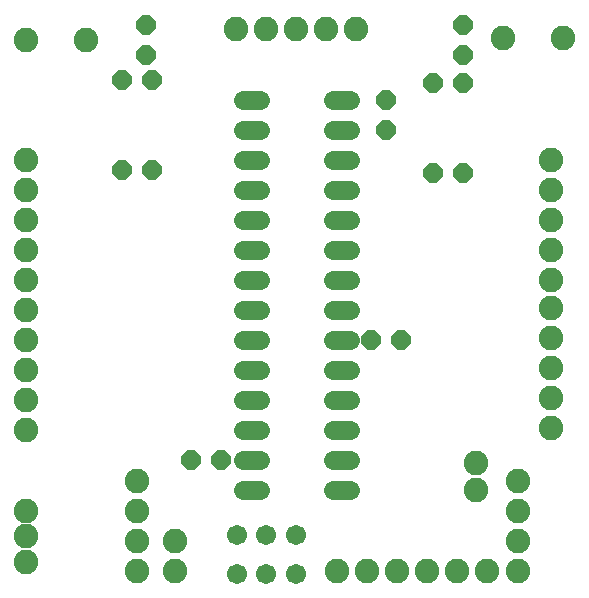
<source format=gbr>
G04 EAGLE Gerber RS-274X export*
G75*
%MOMM*%
%FSLAX34Y34*%
%LPD*%
%INSoldermask Top*%
%IPPOS*%
%AMOC8*
5,1,8,0,0,1.08239X$1,22.5*%
G01*
%ADD10P,1.759533X8X292.500000*%
%ADD11P,1.759533X8X22.500000*%
%ADD12P,1.759533X8X202.500000*%
%ADD13P,1.759533X8X112.500000*%
%ADD14C,1.625600*%
%ADD15C,2.082800*%
%ADD16C,1.712800*%


D10*
X330200Y419100D03*
X330200Y393700D03*
D11*
X317500Y215900D03*
X342900Y215900D03*
D12*
X190500Y114300D03*
X165100Y114300D03*
D10*
X394970Y482600D03*
X394970Y457200D03*
X127000Y482600D03*
X127000Y457200D03*
D13*
X369570Y356870D03*
X369570Y433070D03*
X132080Y359410D03*
X132080Y435610D03*
D10*
X394970Y433070D03*
X394970Y356870D03*
X106680Y435610D03*
X106680Y359410D03*
D14*
X208788Y419100D02*
X223012Y419100D01*
X223012Y393700D02*
X208788Y393700D01*
X208788Y368300D02*
X223012Y368300D01*
X223012Y342900D02*
X208788Y342900D01*
X208788Y317500D02*
X223012Y317500D01*
X223012Y292100D02*
X208788Y292100D01*
X208788Y266700D02*
X223012Y266700D01*
X223012Y241300D02*
X208788Y241300D01*
X208788Y215900D02*
X223012Y215900D01*
X223012Y190500D02*
X208788Y190500D01*
X208788Y165100D02*
X223012Y165100D01*
X223012Y139700D02*
X208788Y139700D01*
X208788Y114300D02*
X223012Y114300D01*
X223012Y88900D02*
X208788Y88900D01*
X284988Y88900D02*
X299212Y88900D01*
X299212Y114300D02*
X284988Y114300D01*
X284988Y139700D02*
X299212Y139700D01*
X299212Y165100D02*
X284988Y165100D01*
X284988Y190500D02*
X299212Y190500D01*
X299212Y215900D02*
X284988Y215900D01*
X284988Y241300D02*
X299212Y241300D01*
X299212Y266700D02*
X284988Y266700D01*
X284988Y292100D02*
X299212Y292100D01*
X299212Y317500D02*
X284988Y317500D01*
X284988Y342900D02*
X299212Y342900D01*
X299212Y368300D02*
X284988Y368300D01*
X284988Y393700D02*
X299212Y393700D01*
X299212Y419100D02*
X284988Y419100D01*
D15*
X406400Y111760D03*
X406400Y88900D03*
X469900Y368300D03*
X469900Y342900D03*
X469900Y317500D03*
X469900Y292100D03*
X469900Y266700D03*
X469900Y242570D03*
X469900Y217170D03*
X469900Y191770D03*
X469900Y166370D03*
X469900Y140970D03*
X25400Y241300D03*
X25400Y215900D03*
X25400Y190500D03*
X25400Y165100D03*
X25400Y139700D03*
X25400Y368300D03*
X25400Y342900D03*
X25400Y317500D03*
X25400Y292100D03*
X25400Y266700D03*
X25400Y71120D03*
X25400Y49530D03*
X25400Y27940D03*
X151130Y20320D03*
X151130Y45720D03*
D16*
X203600Y50790D03*
X228600Y50790D03*
X253600Y50790D03*
X253600Y17790D03*
X228600Y17790D03*
X203600Y17790D03*
D15*
X119380Y20320D03*
X119380Y45720D03*
X119380Y71120D03*
X119380Y96520D03*
X415290Y20320D03*
X389890Y20320D03*
X364490Y20320D03*
X339090Y20320D03*
X313690Y20320D03*
X288290Y20320D03*
X203200Y478790D03*
X228600Y478790D03*
X254000Y478790D03*
X279400Y478790D03*
X304800Y478790D03*
X441960Y20320D03*
X441960Y45720D03*
X441960Y71120D03*
X441960Y96520D03*
X429260Y471170D03*
X480060Y471170D03*
X76200Y469900D03*
X25400Y469900D03*
M02*

</source>
